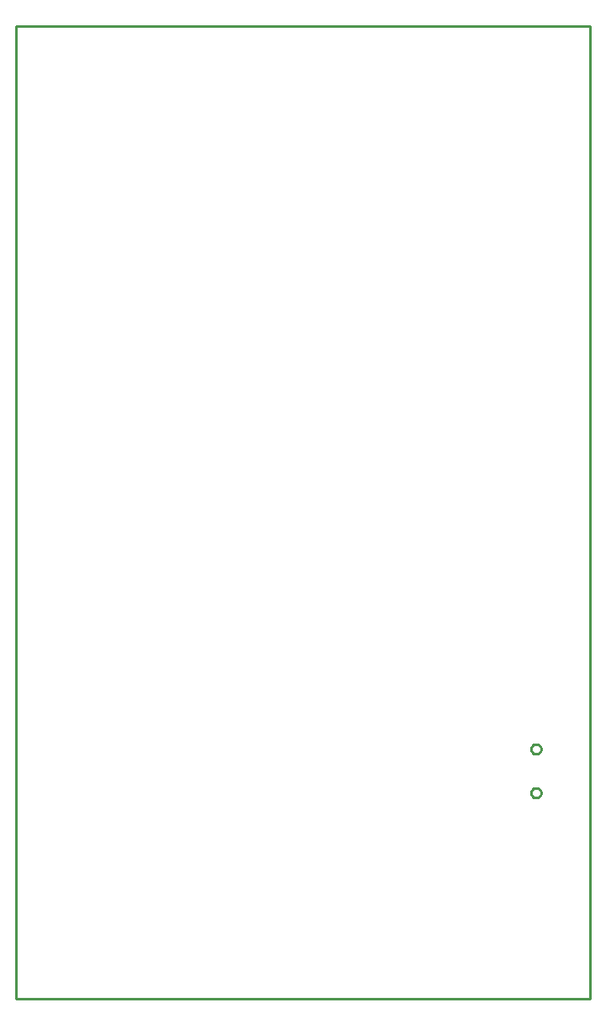
<source format=gbr>
G04 EAGLE Gerber RS-274X export*
G75*
%MOMM*%
%FSLAX34Y34*%
%LPD*%
%IN*%
%IPPOS*%
%AMOC8*
5,1,8,0,0,1.08239X$1,22.5*%
G01*
%ADD10C,0.254000*%


D10*
X25400Y38100D02*
X603250Y38100D01*
X603250Y1016000D01*
X25400Y1016000D01*
X25400Y38100D01*
X549081Y283700D02*
X549639Y283763D01*
X550186Y283888D01*
X550716Y284073D01*
X551222Y284317D01*
X551698Y284616D01*
X552137Y284966D01*
X552534Y285363D01*
X552884Y285802D01*
X553183Y286278D01*
X553427Y286784D01*
X553612Y287314D01*
X553737Y287861D01*
X553800Y288419D01*
X553800Y288981D01*
X553737Y289539D01*
X553612Y290086D01*
X553427Y290616D01*
X553183Y291122D01*
X552884Y291598D01*
X552534Y292037D01*
X552137Y292434D01*
X551698Y292784D01*
X551222Y293083D01*
X550716Y293327D01*
X550186Y293512D01*
X549639Y293637D01*
X549081Y293700D01*
X548519Y293700D01*
X547961Y293637D01*
X547414Y293512D01*
X546884Y293327D01*
X546378Y293083D01*
X545902Y292784D01*
X545463Y292434D01*
X545066Y292037D01*
X544716Y291598D01*
X544417Y291122D01*
X544173Y290616D01*
X543988Y290086D01*
X543863Y289539D01*
X543800Y288981D01*
X543800Y288419D01*
X543863Y287861D01*
X543988Y287314D01*
X544173Y286784D01*
X544417Y286278D01*
X544716Y285802D01*
X545066Y285363D01*
X545463Y284966D01*
X545902Y284616D01*
X546378Y284317D01*
X546884Y284073D01*
X547414Y283888D01*
X547961Y283763D01*
X548519Y283700D01*
X549081Y283700D01*
X549081Y239700D02*
X549639Y239763D01*
X550186Y239888D01*
X550716Y240073D01*
X551222Y240317D01*
X551698Y240616D01*
X552137Y240966D01*
X552534Y241363D01*
X552884Y241802D01*
X553183Y242278D01*
X553427Y242784D01*
X553612Y243314D01*
X553737Y243861D01*
X553800Y244419D01*
X553800Y244981D01*
X553737Y245539D01*
X553612Y246086D01*
X553427Y246616D01*
X553183Y247122D01*
X552884Y247598D01*
X552534Y248037D01*
X552137Y248434D01*
X551698Y248784D01*
X551222Y249083D01*
X550716Y249327D01*
X550186Y249512D01*
X549639Y249637D01*
X549081Y249700D01*
X548519Y249700D01*
X547961Y249637D01*
X547414Y249512D01*
X546884Y249327D01*
X546378Y249083D01*
X545902Y248784D01*
X545463Y248434D01*
X545066Y248037D01*
X544716Y247598D01*
X544417Y247122D01*
X544173Y246616D01*
X543988Y246086D01*
X543863Y245539D01*
X543800Y244981D01*
X543800Y244419D01*
X543863Y243861D01*
X543988Y243314D01*
X544173Y242784D01*
X544417Y242278D01*
X544716Y241802D01*
X545066Y241363D01*
X545463Y240966D01*
X545902Y240616D01*
X546378Y240317D01*
X546884Y240073D01*
X547414Y239888D01*
X547961Y239763D01*
X548519Y239700D01*
X549081Y239700D01*
M02*

</source>
